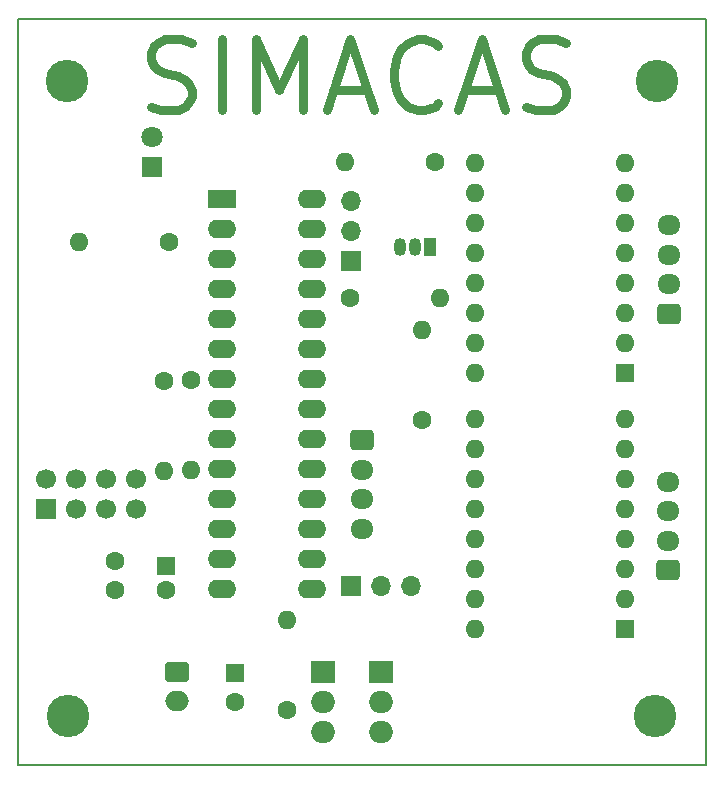
<source format=gbr>
%TF.GenerationSoftware,KiCad,Pcbnew,7.0.10-7.0.10~ubuntu22.04.1*%
%TF.CreationDate,2024-04-21T22:18:57+02:00*%
%TF.ProjectId,axis_control_board,61786973-5f63-46f6-9e74-726f6c5f626f,rev?*%
%TF.SameCoordinates,Original*%
%TF.FileFunction,Copper,L2,Bot*%
%TF.FilePolarity,Positive*%
%FSLAX46Y46*%
G04 Gerber Fmt 4.6, Leading zero omitted, Abs format (unit mm)*
G04 Created by KiCad (PCBNEW 7.0.10-7.0.10~ubuntu22.04.1) date 2024-04-21 22:18:57*
%MOMM*%
%LPD*%
G01*
G04 APERTURE LIST*
G04 Aperture macros list*
%AMRoundRect*
0 Rectangle with rounded corners*
0 $1 Rounding radius*
0 $2 $3 $4 $5 $6 $7 $8 $9 X,Y pos of 4 corners*
0 Add a 4 corners polygon primitive as box body*
4,1,4,$2,$3,$4,$5,$6,$7,$8,$9,$2,$3,0*
0 Add four circle primitives for the rounded corners*
1,1,$1+$1,$2,$3*
1,1,$1+$1,$4,$5*
1,1,$1+$1,$6,$7*
1,1,$1+$1,$8,$9*
0 Add four rect primitives between the rounded corners*
20,1,$1+$1,$2,$3,$4,$5,0*
20,1,$1+$1,$4,$5,$6,$7,0*
20,1,$1+$1,$6,$7,$8,$9,0*
20,1,$1+$1,$8,$9,$2,$3,0*%
G04 Aperture macros list end*
%ADD10C,0.800000*%
%TA.AperFunction,NonConductor*%
%ADD11C,0.800000*%
%TD*%
%TA.AperFunction,ComponentPad*%
%ADD12C,1.600000*%
%TD*%
%TA.AperFunction,ComponentPad*%
%ADD13R,1.600000X1.600000*%
%TD*%
%TA.AperFunction,ComponentPad*%
%ADD14C,3.600000*%
%TD*%
%TA.AperFunction,ComponentPad*%
%ADD15R,1.700000X1.700000*%
%TD*%
%TA.AperFunction,ComponentPad*%
%ADD16O,1.700000X1.700000*%
%TD*%
%TA.AperFunction,ComponentPad*%
%ADD17O,1.600000X1.600000*%
%TD*%
%TA.AperFunction,ComponentPad*%
%ADD18R,2.000000X1.905000*%
%TD*%
%TA.AperFunction,ComponentPad*%
%ADD19O,2.000000X1.905000*%
%TD*%
%TA.AperFunction,ComponentPad*%
%ADD20R,1.050000X1.500000*%
%TD*%
%TA.AperFunction,ComponentPad*%
%ADD21O,1.050000X1.500000*%
%TD*%
%TA.AperFunction,ComponentPad*%
%ADD22RoundRect,0.250000X0.725000X-0.600000X0.725000X0.600000X-0.725000X0.600000X-0.725000X-0.600000X0*%
%TD*%
%TA.AperFunction,ComponentPad*%
%ADD23O,1.950000X1.700000*%
%TD*%
%TA.AperFunction,ComponentPad*%
%ADD24R,1.800000X1.800000*%
%TD*%
%TA.AperFunction,ComponentPad*%
%ADD25C,1.800000*%
%TD*%
%TA.AperFunction,ComponentPad*%
%ADD26R,2.400000X1.600000*%
%TD*%
%TA.AperFunction,ComponentPad*%
%ADD27O,2.400000X1.600000*%
%TD*%
%TA.AperFunction,ComponentPad*%
%ADD28RoundRect,0.250000X-0.750000X0.600000X-0.750000X-0.600000X0.750000X-0.600000X0.750000X0.600000X0*%
%TD*%
%TA.AperFunction,ComponentPad*%
%ADD29O,2.000000X1.700000*%
%TD*%
%TA.AperFunction,ComponentPad*%
%ADD30RoundRect,0.250000X-0.725000X0.600000X-0.725000X-0.600000X0.725000X-0.600000X0.725000X0.600000X0*%
%TD*%
%TA.AperFunction,ComponentPad*%
%ADD31C,1.700000*%
%TD*%
%TA.AperFunction,Profile*%
%ADD32C,0.200000*%
%TD*%
G04 APERTURE END LIST*
D10*
D11*
X148453571Y-81013400D02*
X149310714Y-81299114D01*
X149310714Y-81299114D02*
X150739285Y-81299114D01*
X150739285Y-81299114D02*
X151310714Y-81013400D01*
X151310714Y-81013400D02*
X151596428Y-80727685D01*
X151596428Y-80727685D02*
X151882142Y-80156257D01*
X151882142Y-80156257D02*
X151882142Y-79584828D01*
X151882142Y-79584828D02*
X151596428Y-79013400D01*
X151596428Y-79013400D02*
X151310714Y-78727685D01*
X151310714Y-78727685D02*
X150739285Y-78441971D01*
X150739285Y-78441971D02*
X149596428Y-78156257D01*
X149596428Y-78156257D02*
X149024999Y-77870542D01*
X149024999Y-77870542D02*
X148739285Y-77584828D01*
X148739285Y-77584828D02*
X148453571Y-77013400D01*
X148453571Y-77013400D02*
X148453571Y-76441971D01*
X148453571Y-76441971D02*
X148739285Y-75870542D01*
X148739285Y-75870542D02*
X149024999Y-75584828D01*
X149024999Y-75584828D02*
X149596428Y-75299114D01*
X149596428Y-75299114D02*
X151024999Y-75299114D01*
X151024999Y-75299114D02*
X151882142Y-75584828D01*
X154453571Y-81299114D02*
X154453571Y-75299114D01*
X157310714Y-81299114D02*
X157310714Y-75299114D01*
X157310714Y-75299114D02*
X159310714Y-79584828D01*
X159310714Y-79584828D02*
X161310714Y-75299114D01*
X161310714Y-75299114D02*
X161310714Y-81299114D01*
X163882143Y-79584828D02*
X166739286Y-79584828D01*
X163310714Y-81299114D02*
X165310714Y-75299114D01*
X165310714Y-75299114D02*
X167310714Y-81299114D01*
X172739285Y-80727685D02*
X172453571Y-81013400D01*
X172453571Y-81013400D02*
X171596428Y-81299114D01*
X171596428Y-81299114D02*
X171025000Y-81299114D01*
X171025000Y-81299114D02*
X170167857Y-81013400D01*
X170167857Y-81013400D02*
X169596428Y-80441971D01*
X169596428Y-80441971D02*
X169310714Y-79870542D01*
X169310714Y-79870542D02*
X169025000Y-78727685D01*
X169025000Y-78727685D02*
X169025000Y-77870542D01*
X169025000Y-77870542D02*
X169310714Y-76727685D01*
X169310714Y-76727685D02*
X169596428Y-76156257D01*
X169596428Y-76156257D02*
X170167857Y-75584828D01*
X170167857Y-75584828D02*
X171025000Y-75299114D01*
X171025000Y-75299114D02*
X171596428Y-75299114D01*
X171596428Y-75299114D02*
X172453571Y-75584828D01*
X172453571Y-75584828D02*
X172739285Y-75870542D01*
X175025000Y-79584828D02*
X177882143Y-79584828D01*
X174453571Y-81299114D02*
X176453571Y-75299114D01*
X176453571Y-75299114D02*
X178453571Y-81299114D01*
X180167857Y-81013400D02*
X181025000Y-81299114D01*
X181025000Y-81299114D02*
X182453571Y-81299114D01*
X182453571Y-81299114D02*
X183025000Y-81013400D01*
X183025000Y-81013400D02*
X183310714Y-80727685D01*
X183310714Y-80727685D02*
X183596428Y-80156257D01*
X183596428Y-80156257D02*
X183596428Y-79584828D01*
X183596428Y-79584828D02*
X183310714Y-79013400D01*
X183310714Y-79013400D02*
X183025000Y-78727685D01*
X183025000Y-78727685D02*
X182453571Y-78441971D01*
X182453571Y-78441971D02*
X181310714Y-78156257D01*
X181310714Y-78156257D02*
X180739285Y-77870542D01*
X180739285Y-77870542D02*
X180453571Y-77584828D01*
X180453571Y-77584828D02*
X180167857Y-77013400D01*
X180167857Y-77013400D02*
X180167857Y-76441971D01*
X180167857Y-76441971D02*
X180453571Y-75870542D01*
X180453571Y-75870542D02*
X180739285Y-75584828D01*
X180739285Y-75584828D02*
X181310714Y-75299114D01*
X181310714Y-75299114D02*
X182739285Y-75299114D01*
X182739285Y-75299114D02*
X183596428Y-75584828D01*
D12*
X145400000Y-121950000D03*
X145400000Y-119450000D03*
D13*
X149725000Y-119925000D03*
D12*
X149725000Y-121925000D03*
D14*
X191150000Y-132575000D03*
X191275000Y-78825000D03*
D15*
X165400000Y-121550000D03*
D16*
X167940000Y-121550000D03*
X170480000Y-121550000D03*
D13*
X188575000Y-125250000D03*
D17*
X188575000Y-122710000D03*
X188575000Y-120170000D03*
X188575000Y-117630000D03*
X188575000Y-115090000D03*
X188575000Y-112550000D03*
X188575000Y-110010000D03*
X188575000Y-107470000D03*
X175875000Y-107470000D03*
X175875000Y-110010000D03*
X175875000Y-112550000D03*
X175875000Y-115090000D03*
X175875000Y-117630000D03*
X175875000Y-120170000D03*
X175875000Y-122710000D03*
X175875000Y-125250000D03*
D18*
X163000000Y-128850000D03*
D19*
X163000000Y-131390000D03*
X163000000Y-133930000D03*
D14*
X141400000Y-132575000D03*
D20*
X172045000Y-92900000D03*
D21*
X170775000Y-92900000D03*
X169505000Y-92900000D03*
D22*
X192225000Y-120250000D03*
D23*
X192225000Y-117750000D03*
X192225000Y-115250000D03*
X192225000Y-112750000D03*
D13*
X155575000Y-128925000D03*
D12*
X155575000Y-131425000D03*
X151875000Y-104150000D03*
D17*
X151875000Y-111770000D03*
D24*
X148550000Y-86100000D03*
D25*
X148550000Y-83560000D03*
D26*
X154480000Y-88800000D03*
D27*
X154480000Y-91340000D03*
X154480000Y-93880000D03*
X154480000Y-96420000D03*
X154480000Y-98960000D03*
X154480000Y-101500000D03*
X154480000Y-104040000D03*
X154480000Y-106580000D03*
X154480000Y-109120000D03*
X154480000Y-111660000D03*
X154480000Y-114200000D03*
X154480000Y-116740000D03*
X154480000Y-119280000D03*
X154480000Y-121820000D03*
X162100000Y-121820000D03*
X162100000Y-119280000D03*
X162100000Y-116740000D03*
X162100000Y-114200000D03*
X162100000Y-111660000D03*
X162100000Y-109120000D03*
X162100000Y-106580000D03*
X162100000Y-104040000D03*
X162100000Y-101500000D03*
X162100000Y-98960000D03*
X162100000Y-96420000D03*
X162100000Y-93880000D03*
X162100000Y-91340000D03*
X162100000Y-88800000D03*
D12*
X159950000Y-132065000D03*
D17*
X159950000Y-124445000D03*
D13*
X188600000Y-103545000D03*
D17*
X188600000Y-101005000D03*
X188600000Y-98465000D03*
X188600000Y-95925000D03*
X188600000Y-93385000D03*
X188600000Y-90845000D03*
X188600000Y-88305000D03*
X188600000Y-85765000D03*
X175900000Y-85765000D03*
X175900000Y-88305000D03*
X175900000Y-90845000D03*
X175900000Y-93385000D03*
X175900000Y-95925000D03*
X175900000Y-98465000D03*
X175900000Y-101005000D03*
X175900000Y-103545000D03*
D12*
X149550000Y-104225000D03*
D17*
X149550000Y-111845000D03*
D12*
X165325000Y-97225000D03*
D17*
X172945000Y-97225000D03*
D12*
X171375000Y-107570000D03*
D17*
X171375000Y-99950000D03*
D28*
X150650000Y-128825000D03*
D29*
X150650000Y-131325000D03*
D14*
X141375000Y-78825000D03*
D18*
X167925000Y-128840000D03*
D19*
X167925000Y-131380000D03*
X167925000Y-133920000D03*
D30*
X166300000Y-109250000D03*
D23*
X166300000Y-111750000D03*
X166300000Y-114250000D03*
X166300000Y-116750000D03*
D15*
X139525000Y-115025000D03*
D31*
X139525000Y-112485000D03*
X142065000Y-115025000D03*
X142065000Y-112485000D03*
X144605000Y-115025000D03*
X144605000Y-112485000D03*
X147145000Y-115025000D03*
X147145000Y-112485000D03*
D12*
X172500000Y-85700000D03*
D17*
X164880000Y-85700000D03*
D22*
X192275000Y-98545000D03*
D23*
X192275000Y-96045000D03*
X192275000Y-93545000D03*
X192275000Y-91045000D03*
D12*
X149985000Y-92425000D03*
D17*
X142365000Y-92425000D03*
D15*
X165350000Y-94100000D03*
D16*
X165350000Y-91560000D03*
X165350000Y-89020000D03*
D32*
X137225000Y-73600000D02*
X195475000Y-73600000D01*
X195475000Y-136750000D01*
X137225000Y-136750000D01*
X137225000Y-73600000D01*
M02*

</source>
